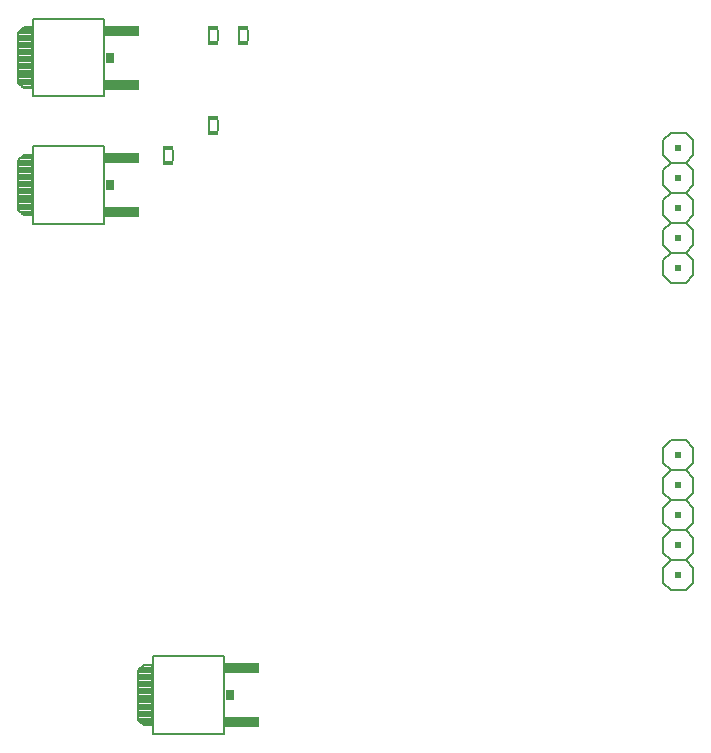
<source format=gbo>
G75*
%MOIN*%
%OFA0B0*%
%FSLAX24Y24*%
%IPPOS*%
%LPD*%
%AMOC8*
5,1,8,0,0,1.08239X$1,22.5*
%
%ADD10C,0.0080*%
%ADD11R,0.1140X0.0340*%
%ADD12R,0.0300X0.0340*%
%ADD13C,0.0079*%
%ADD14C,0.0060*%
%ADD15R,0.0340X0.0160*%
%ADD16R,0.0200X0.0200*%
D10*
X006850Y007670D02*
X006670Y007850D01*
X006670Y009510D01*
X006850Y009690D01*
X007130Y009690D01*
X007130Y007670D01*
X006850Y007670D01*
X007170Y007390D02*
X009530Y007390D01*
X009530Y009970D01*
X007170Y009970D01*
X007170Y007390D01*
X005530Y024390D02*
X003170Y024390D01*
X003170Y026970D01*
X005530Y026970D01*
X005530Y024390D01*
X003130Y024670D02*
X003130Y026690D01*
X002850Y026690D01*
X002670Y026510D01*
X002670Y024850D01*
X002850Y024670D01*
X003130Y024670D01*
X003170Y028640D02*
X003170Y031220D01*
X005530Y031220D01*
X005530Y028640D01*
X003170Y028640D01*
X003130Y028920D02*
X002850Y028920D01*
X002670Y029100D01*
X002670Y030760D01*
X002850Y030940D01*
X003130Y030940D01*
X003130Y028920D01*
D11*
X006140Y029030D03*
X006140Y030830D03*
X006140Y026580D03*
X006140Y024780D03*
X010140Y009580D03*
X010140Y007780D03*
D12*
X009720Y008680D03*
X005720Y025680D03*
X005720Y029930D03*
D13*
X006670Y007850D02*
X006850Y007670D01*
X007130Y007670D01*
X007130Y009690D01*
X006850Y009690D01*
X006670Y009510D01*
X006670Y007850D01*
X006701Y007819D02*
X007130Y007819D01*
X007130Y007742D02*
X006778Y007742D01*
X006670Y007896D02*
X007130Y007896D01*
X007130Y007973D02*
X006670Y007973D01*
X006670Y008050D02*
X007130Y008050D01*
X007130Y008128D02*
X006670Y008128D01*
X006670Y008205D02*
X007130Y008205D01*
X007130Y008282D02*
X006670Y008282D01*
X006670Y008359D02*
X007130Y008359D01*
X007130Y008436D02*
X006670Y008436D01*
X006670Y008513D02*
X007130Y008513D01*
X007130Y008591D02*
X006670Y008591D01*
X006670Y008668D02*
X007130Y008668D01*
X007130Y008745D02*
X006670Y008745D01*
X006670Y008822D02*
X007130Y008822D01*
X007130Y008899D02*
X006670Y008899D01*
X006670Y008976D02*
X007130Y008976D01*
X007130Y009054D02*
X006670Y009054D01*
X006670Y009131D02*
X007130Y009131D01*
X007130Y009208D02*
X006670Y009208D01*
X006670Y009285D02*
X007130Y009285D01*
X007130Y009362D02*
X006670Y009362D01*
X006670Y009439D02*
X007130Y009439D01*
X007130Y009517D02*
X006677Y009517D01*
X006754Y009594D02*
X007130Y009594D01*
X007130Y009671D02*
X006831Y009671D01*
X003130Y024670D02*
X002850Y024670D01*
X002670Y024850D01*
X002670Y026510D01*
X002850Y026690D01*
X003130Y026690D01*
X003130Y024670D01*
X003130Y024717D02*
X002803Y024717D01*
X002725Y024795D02*
X003130Y024795D01*
X003130Y024872D02*
X002670Y024872D01*
X002670Y024949D02*
X003130Y024949D01*
X003130Y025026D02*
X002670Y025026D01*
X002670Y025103D02*
X003130Y025103D01*
X003130Y025180D02*
X002670Y025180D01*
X002670Y025258D02*
X003130Y025258D01*
X003130Y025335D02*
X002670Y025335D01*
X002670Y025412D02*
X003130Y025412D01*
X003130Y025489D02*
X002670Y025489D01*
X002670Y025566D02*
X003130Y025566D01*
X003130Y025643D02*
X002670Y025643D01*
X002670Y025721D02*
X003130Y025721D01*
X003130Y025798D02*
X002670Y025798D01*
X002670Y025875D02*
X003130Y025875D01*
X003130Y025952D02*
X002670Y025952D01*
X002670Y026029D02*
X003130Y026029D01*
X003130Y026106D02*
X002670Y026106D01*
X002670Y026183D02*
X003130Y026183D01*
X003130Y026261D02*
X002670Y026261D01*
X002670Y026338D02*
X003130Y026338D01*
X003130Y026415D02*
X002670Y026415D01*
X002670Y026492D02*
X003130Y026492D01*
X003130Y026569D02*
X002729Y026569D01*
X002806Y026646D02*
X003130Y026646D01*
X003130Y028920D02*
X002850Y028920D01*
X002670Y029100D01*
X002670Y030760D01*
X002850Y030940D01*
X003130Y030940D01*
X003130Y028920D01*
X003130Y028961D02*
X002809Y028961D01*
X002732Y029038D02*
X003130Y029038D01*
X003130Y029116D02*
X002670Y029116D01*
X002670Y029193D02*
X003130Y029193D01*
X003130Y029270D02*
X002670Y029270D01*
X002670Y029347D02*
X003130Y029347D01*
X003130Y029424D02*
X002670Y029424D01*
X002670Y029501D02*
X003130Y029501D01*
X003130Y029579D02*
X002670Y029579D01*
X002670Y029656D02*
X003130Y029656D01*
X003130Y029733D02*
X002670Y029733D01*
X002670Y029810D02*
X003130Y029810D01*
X003130Y029887D02*
X002670Y029887D01*
X002670Y029964D02*
X003130Y029964D01*
X003130Y030042D02*
X002670Y030042D01*
X002670Y030119D02*
X003130Y030119D01*
X003130Y030196D02*
X002670Y030196D01*
X002670Y030273D02*
X003130Y030273D01*
X003130Y030350D02*
X002670Y030350D01*
X002670Y030427D02*
X003130Y030427D01*
X003130Y030505D02*
X002670Y030505D01*
X002670Y030582D02*
X003130Y030582D01*
X003130Y030659D02*
X002670Y030659D01*
X002670Y030736D02*
X003130Y030736D01*
X003130Y030813D02*
X002723Y030813D01*
X002800Y030890D02*
X003130Y030890D01*
D14*
X007540Y026850D02*
X007540Y026510D01*
X007820Y026510D02*
X007820Y026850D01*
X009040Y027510D02*
X009040Y027850D01*
X009320Y027850D02*
X009320Y027510D01*
X009320Y030510D02*
X009320Y030850D01*
X009040Y030850D02*
X009040Y030510D01*
X010040Y030510D02*
X010040Y030850D01*
X010320Y030850D02*
X010320Y030510D01*
X024180Y027180D02*
X024180Y026680D01*
X024430Y026430D01*
X024180Y026180D01*
X024180Y025680D01*
X024430Y025430D01*
X024180Y025180D01*
X024180Y024680D01*
X024430Y024430D01*
X024180Y024180D01*
X024180Y023680D01*
X024430Y023430D01*
X024180Y023180D01*
X024180Y022680D01*
X024430Y022430D01*
X024930Y022430D01*
X025180Y022680D01*
X025180Y023180D01*
X024930Y023430D01*
X025180Y023680D01*
X025180Y024180D01*
X024930Y024430D01*
X024430Y024430D01*
X024930Y024430D02*
X025180Y024680D01*
X025180Y025180D01*
X024930Y025430D01*
X025180Y025680D01*
X025180Y026180D01*
X024930Y026430D01*
X025180Y026680D01*
X025180Y027180D01*
X024930Y027430D01*
X024430Y027430D01*
X024180Y027180D01*
X024430Y026430D02*
X024930Y026430D01*
X024930Y025430D02*
X024430Y025430D01*
X024430Y023430D02*
X024930Y023430D01*
X024930Y017180D02*
X024430Y017180D01*
X024180Y016930D01*
X024180Y016430D01*
X024430Y016180D01*
X024180Y015930D01*
X024180Y015430D01*
X024430Y015180D01*
X024180Y014930D01*
X024180Y014430D01*
X024430Y014180D01*
X024180Y013930D01*
X024180Y013430D01*
X024430Y013180D01*
X024180Y012930D01*
X024180Y012430D01*
X024430Y012180D01*
X024930Y012180D01*
X025180Y012430D01*
X025180Y012930D01*
X024930Y013180D01*
X025180Y013430D01*
X025180Y013930D01*
X024930Y014180D01*
X024430Y014180D01*
X024930Y014180D02*
X025180Y014430D01*
X025180Y014930D01*
X024930Y015180D01*
X025180Y015430D01*
X025180Y015930D01*
X024930Y016180D01*
X025180Y016430D01*
X025180Y016930D01*
X024930Y017180D01*
X024930Y016180D02*
X024430Y016180D01*
X024430Y015180D02*
X024930Y015180D01*
X024930Y013180D02*
X024430Y013180D01*
D15*
X010180Y030430D03*
X010180Y030930D03*
X009180Y030930D03*
X009180Y030430D03*
X009180Y027930D03*
X009180Y027430D03*
X007680Y026930D03*
X007680Y026430D03*
D16*
X024680Y025930D03*
X024680Y026930D03*
X024680Y024930D03*
X024680Y023930D03*
X024680Y022930D03*
X024680Y016680D03*
X024680Y015680D03*
X024680Y014680D03*
X024680Y013680D03*
X024680Y012680D03*
M02*

</source>
